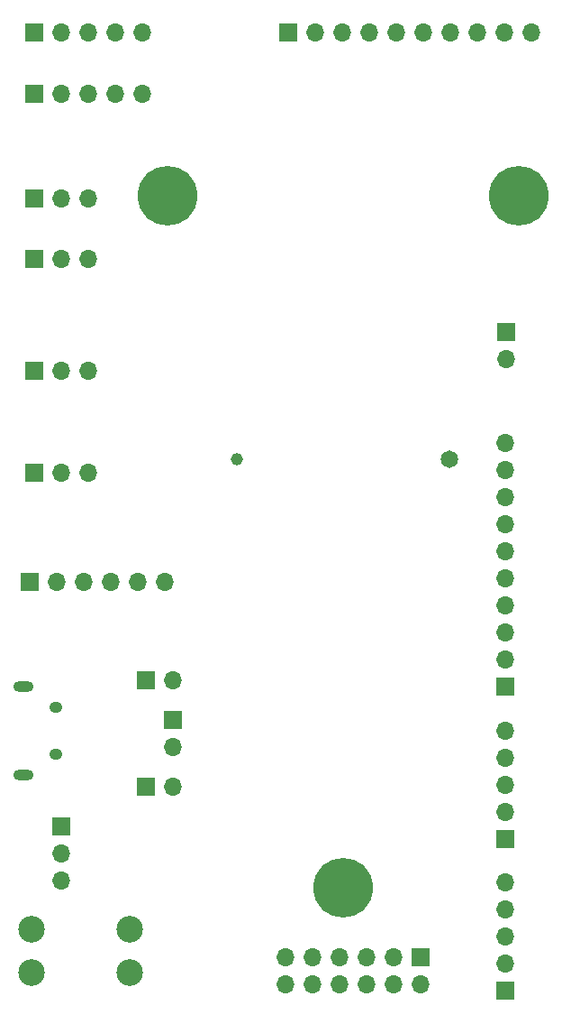
<source format=gbs>
G04 #@! TF.GenerationSoftware,KiCad,Pcbnew,7.0.9+1*
G04 #@! TF.CreationDate,2023-12-16T14:52:44+01:00*
G04 #@! TF.ProjectId,byron,6279726f-6e2e-46b6-9963-61645f706362,rev?*
G04 #@! TF.SameCoordinates,Original*
G04 #@! TF.FileFunction,Soldermask,Bot*
G04 #@! TF.FilePolarity,Negative*
%FSLAX46Y46*%
G04 Gerber Fmt 4.6, Leading zero omitted, Abs format (unit mm)*
G04 Created by KiCad (PCBNEW 7.0.9+1) date 2023-12-16 14:52:44*
%MOMM*%
%LPD*%
G01*
G04 APERTURE LIST*
%ADD10R,1.700000X1.700000*%
%ADD11O,1.700000X1.700000*%
%ADD12C,5.600000*%
%ADD13C,1.150000*%
%ADD14C,1.650000*%
%ADD15O,1.900000X1.000000*%
%ADD16O,1.250000X1.050000*%
%ADD17C,2.500000*%
G04 APERTURE END LIST*
D10*
X90200000Y-41950000D03*
D11*
X92740000Y-41950000D03*
X95280000Y-41950000D03*
X97820000Y-41950000D03*
X100360000Y-41950000D03*
D10*
X100700000Y-96950000D03*
D11*
X103240000Y-96950000D03*
D10*
X134450000Y-97530000D03*
D11*
X134450000Y-94990000D03*
X134450000Y-92450000D03*
X134450000Y-89910000D03*
X134450000Y-87370000D03*
X134450000Y-84830000D03*
X134450000Y-82290000D03*
X134450000Y-79750000D03*
X134450000Y-77210000D03*
X134450000Y-74670000D03*
D10*
X126450000Y-122910000D03*
D11*
X126450000Y-125450000D03*
X123910000Y-122910000D03*
X123910000Y-125450000D03*
X121370000Y-122910000D03*
X121370000Y-125450000D03*
X118830000Y-122910000D03*
X118830000Y-125450000D03*
X116290000Y-122910000D03*
X116290000Y-125450000D03*
X113750000Y-122910000D03*
X113750000Y-125450000D03*
D10*
X89700000Y-87700000D03*
D11*
X92240000Y-87700000D03*
X94780000Y-87700000D03*
X97320000Y-87700000D03*
X99860000Y-87700000D03*
X102400000Y-87700000D03*
D10*
X103200000Y-100700000D03*
D11*
X103200000Y-103240000D03*
D10*
X134450000Y-126070000D03*
D11*
X134450000Y-123530000D03*
X134450000Y-120990000D03*
X134450000Y-118450000D03*
X134450000Y-115910000D03*
D10*
X92700000Y-110660000D03*
D11*
X92700000Y-113200000D03*
X92700000Y-115740000D03*
D10*
X90200000Y-57450000D03*
D11*
X92740000Y-57450000D03*
X95280000Y-57450000D03*
D10*
X114040000Y-36200000D03*
D11*
X116580000Y-36200000D03*
X119120000Y-36200000D03*
X121660000Y-36200000D03*
X124200000Y-36200000D03*
X126740000Y-36200000D03*
X129280000Y-36200000D03*
X131820000Y-36200000D03*
X134360000Y-36200000D03*
X136900000Y-36200000D03*
D12*
X135700000Y-51450000D03*
D13*
X109200000Y-76200000D03*
D14*
X129200000Y-76200000D03*
D12*
X102700000Y-51450000D03*
D10*
X134450000Y-111820000D03*
D11*
X134450000Y-109280000D03*
X134450000Y-106740000D03*
X134450000Y-104200000D03*
X134450000Y-101660000D03*
D10*
X100700000Y-106950000D03*
D11*
X103240000Y-106950000D03*
D10*
X90200000Y-51700000D03*
D11*
X92740000Y-51700000D03*
X95280000Y-51700000D03*
D12*
X119200000Y-116450000D03*
D10*
X134500000Y-64260000D03*
D11*
X134500000Y-66800000D03*
D10*
X90200000Y-77450000D03*
D11*
X92740000Y-77450000D03*
X95280000Y-77450000D03*
D10*
X90200000Y-36200000D03*
D11*
X92740000Y-36200000D03*
X95280000Y-36200000D03*
X97820000Y-36200000D03*
X100360000Y-36200000D03*
D10*
X90160000Y-67950000D03*
D11*
X92700000Y-67950000D03*
X95240000Y-67950000D03*
D15*
X89150000Y-97525000D03*
D16*
X92150000Y-99475000D03*
X92150000Y-103925000D03*
D15*
X89150000Y-105875000D03*
D17*
X89900000Y-120350000D03*
X99100000Y-120350000D03*
X89900000Y-124350000D03*
X99100000Y-124350000D03*
M02*

</source>
